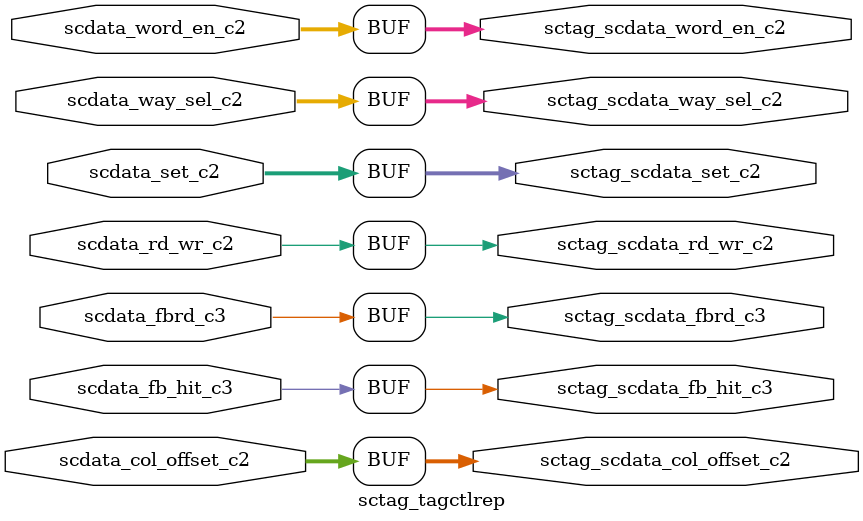
<source format=v>
module sctag_tagctlrep(
   sctag_scdata_set_c2, sctag_scdata_way_sel_c2, 
   sctag_scdata_col_offset_c2, sctag_scdata_rd_wr_c2, 
   sctag_scdata_word_en_c2, sctag_scdata_fbrd_c3, 
   sctag_scdata_fb_hit_c3, 
   scdata_set_c2, scdata_way_sel_c2, scdata_col_offset_c2, 
   scdata_rd_wr_c2, scdata_word_en_c2, scdata_fbrd_c3, 
   scdata_fb_hit_c3
   );
input  [9:0]	scdata_set_c2; 
input  [11:0]  scdata_way_sel_c2;
input  [3:0]   scdata_col_offset_c2;
input          scdata_rd_wr_c2;
input  [15:0]  scdata_word_en_c2;
input		scdata_fbrd_c3;
input		scdata_fb_hit_c3;
output  [9:0]	sctag_scdata_set_c2; 
output  [11:0]  sctag_scdata_way_sel_c2; 
output  [3:0]   sctag_scdata_col_offset_c2; 
output          sctag_scdata_rd_wr_c2; 
output  [15:0]  sctag_scdata_word_en_c2; 
output		sctag_scdata_fbrd_c3; 
output		sctag_scdata_fb_hit_c3; 
assign	sctag_scdata_fb_hit_c3 = scdata_fb_hit_c3;
assign	sctag_scdata_fbrd_c3 = scdata_fbrd_c3 ;
assign	sctag_scdata_word_en_c2 = scdata_word_en_c2;
assign	sctag_scdata_rd_wr_c2 = scdata_rd_wr_c2 ;
assign	sctag_scdata_col_offset_c2 = scdata_col_offset_c2 ;
assign	sctag_scdata_way_sel_c2 = scdata_way_sel_c2;  
assign	sctag_scdata_set_c2 = scdata_set_c2 ; 
endmodule
</source>
